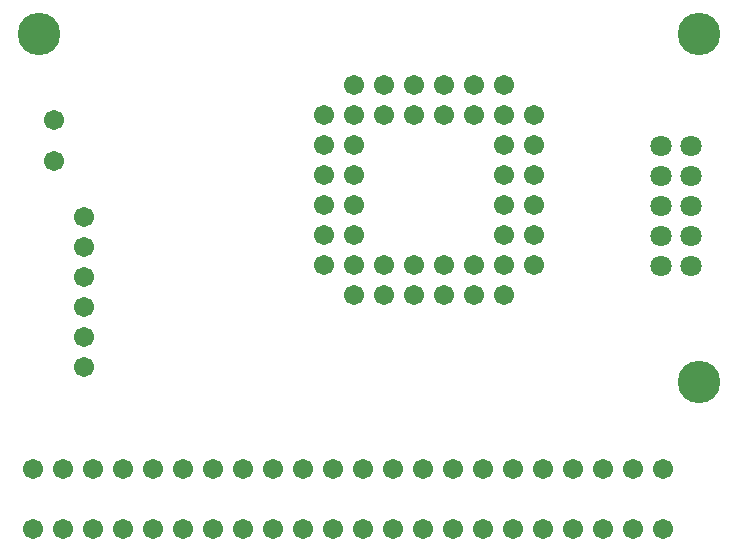
<source format=gbs>
G04*
G04 #@! TF.GenerationSoftware,Altium Limited,Altium Designer,19.0.14 (431)*
G04*
G04 Layer_Color=16711935*
%FSLAX44Y44*%
%MOMM*%
G71*
G01*
G75*
%ADD20C,1.7032*%
%ADD21C,3.6000*%
%ADD22C,1.8032*%
D20*
X33020Y76200D02*
D03*
X58420D02*
D03*
X83820D02*
D03*
X109220D02*
D03*
X134620D02*
D03*
X160020D02*
D03*
X185420D02*
D03*
X210820D02*
D03*
X236220D02*
D03*
X261620D02*
D03*
X287020D02*
D03*
X312420D02*
D03*
X337820D02*
D03*
X363220D02*
D03*
X388620D02*
D03*
X414020D02*
D03*
X439420D02*
D03*
X464820D02*
D03*
X490220D02*
D03*
X515620D02*
D03*
X541020D02*
D03*
X566420D02*
D03*
Y25400D02*
D03*
X541020D02*
D03*
X515620D02*
D03*
X490220D02*
D03*
X464820D02*
D03*
X439420D02*
D03*
X414020D02*
D03*
X388620D02*
D03*
X363220D02*
D03*
X337820D02*
D03*
X312420D02*
D03*
X287020D02*
D03*
X261620D02*
D03*
X236220D02*
D03*
X210820D02*
D03*
X185420D02*
D03*
X160020D02*
D03*
X134620D02*
D03*
X109220D02*
D03*
X83820D02*
D03*
X58420D02*
D03*
X33020D02*
D03*
X76200Y161950D02*
D03*
Y187350D02*
D03*
Y212750D02*
D03*
Y238150D02*
D03*
Y263550D02*
D03*
Y288950D02*
D03*
X50800Y336550D02*
D03*
Y371552D02*
D03*
X457200Y248920D02*
D03*
Y274320D02*
D03*
Y299720D02*
D03*
Y325120D02*
D03*
Y350520D02*
D03*
Y375920D02*
D03*
X431800Y223520D02*
D03*
Y248920D02*
D03*
Y274320D02*
D03*
Y299720D02*
D03*
Y325120D02*
D03*
Y350520D02*
D03*
Y375920D02*
D03*
Y401320D02*
D03*
X406400Y223520D02*
D03*
Y248920D02*
D03*
Y375920D02*
D03*
Y401320D02*
D03*
X381000Y223520D02*
D03*
Y248920D02*
D03*
Y375920D02*
D03*
Y401320D02*
D03*
X355600Y223520D02*
D03*
Y248920D02*
D03*
Y375920D02*
D03*
Y401320D02*
D03*
X330200Y223520D02*
D03*
Y248920D02*
D03*
Y375920D02*
D03*
Y401320D02*
D03*
X304800Y223520D02*
D03*
Y248920D02*
D03*
Y274320D02*
D03*
Y299720D02*
D03*
Y325120D02*
D03*
Y350520D02*
D03*
Y375920D02*
D03*
Y401320D02*
D03*
X279400Y248920D02*
D03*
Y274320D02*
D03*
Y299720D02*
D03*
Y325120D02*
D03*
Y350520D02*
D03*
Y375920D02*
D03*
D21*
X38100Y444500D02*
D03*
X596900D02*
D03*
Y150000D02*
D03*
D22*
X565150Y349250D02*
D03*
X590550D02*
D03*
X565150Y323850D02*
D03*
X590550D02*
D03*
X565150Y298450D02*
D03*
X590550D02*
D03*
X565150Y273050D02*
D03*
X590550D02*
D03*
X565150Y247650D02*
D03*
X590550D02*
D03*
M02*

</source>
